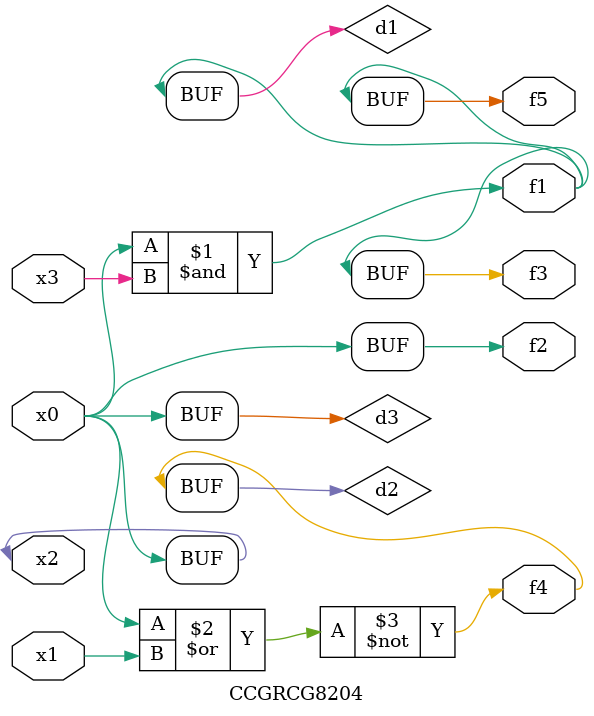
<source format=v>
module CCGRCG8204(
	input x0, x1, x2, x3,
	output f1, f2, f3, f4, f5
);

	wire d1, d2, d3;

	and (d1, x2, x3);
	nor (d2, x0, x1);
	buf (d3, x0, x2);
	assign f1 = d1;
	assign f2 = d3;
	assign f3 = d1;
	assign f4 = d2;
	assign f5 = d1;
endmodule

</source>
